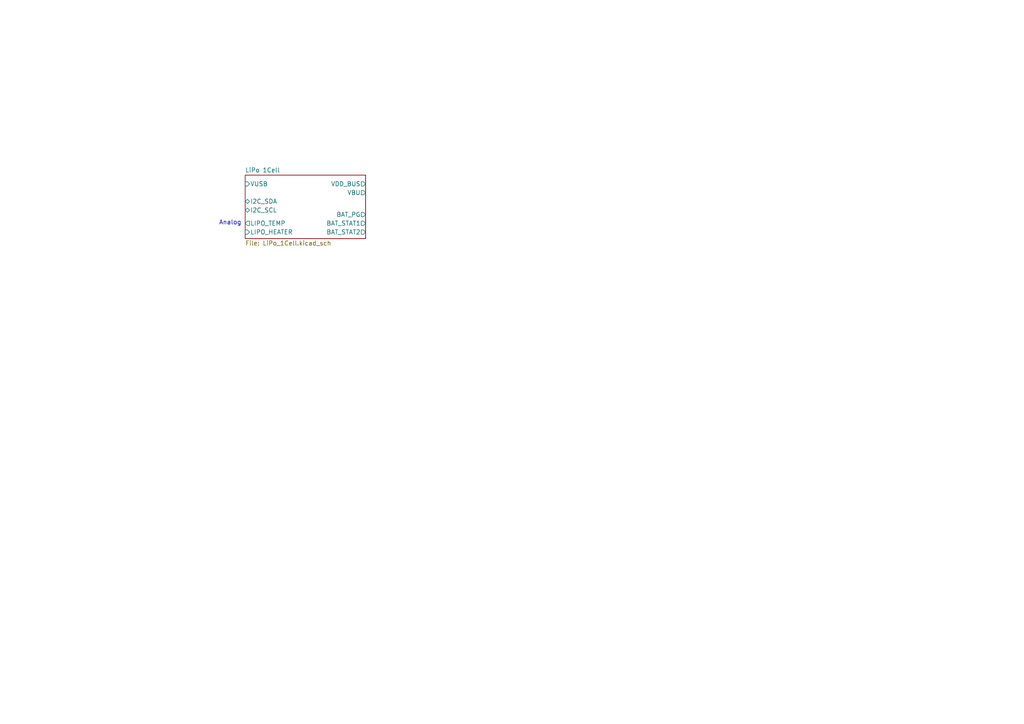
<source format=kicad_sch>
(kicad_sch
	(version 20231120)
	(generator "eeschema")
	(generator_version "8.0")
	(uuid "ed97c6c4-a1a7-4dde-a640-89eca815dd0d")
	(paper "A4")
	(lib_symbols)
	(text "Analog"
		(exclude_from_sim no)
		(at 63.5 65.405 0)
		(effects
			(font
				(size 1.27 1.27)
			)
			(justify left bottom)
		)
		(uuid "f4ab5f51-a035-48c4-9212-6d7be375e535")
	)
	(sheet
		(at 71.12 50.8)
		(size 34.925 18.415)
		(fields_autoplaced yes)
		(stroke
			(width 0.1524)
			(type solid)
		)
		(fill
			(color 0 0 0 0.0000)
		)
		(uuid "f624cdc3-dfb8-4f05-9d9f-e090eb26f1bf")
		(property "Sheetname" "LiPo 1Cell"
			(at 71.12 50.0884 0)
			(effects
				(font
					(size 1.27 1.27)
				)
				(justify left bottom)
			)
		)
		(property "Sheetfile" "LiPo_1Cell.kicad_sch"
			(at 71.12 69.7996 0)
			(effects
				(font
					(size 1.27 1.27)
				)
				(justify left top)
			)
		)
		(pin "I2C_SDA" bidirectional
			(at 71.12 58.42 180)
			(effects
				(font
					(size 1.27 1.27)
				)
				(justify left)
			)
			(uuid "da9761cf-4f3a-41db-9a80-39d3f149d16b")
		)
		(pin "I2C_SCL" bidirectional
			(at 71.12 60.96 180)
			(effects
				(font
					(size 1.27 1.27)
				)
				(justify left)
			)
			(uuid "bc91e5d7-bfc0-4158-b55d-68157d094234")
		)
		(pin "VDD_BUS" output
			(at 106.045 53.34 0)
			(effects
				(font
					(size 1.27 1.27)
				)
				(justify right)
			)
			(uuid "bc8628d2-44df-4b6b-8794-5e126c28f752")
		)
		(pin "VUSB" input
			(at 71.12 53.34 180)
			(effects
				(font
					(size 1.27 1.27)
				)
				(justify left)
			)
			(uuid "902e0c73-e627-486d-844a-71f66c393f2c")
		)
		(pin "LIPO_HEATER" input
			(at 71.12 67.31 180)
			(effects
				(font
					(size 1.27 1.27)
				)
				(justify left)
			)
			(uuid "50d93570-e055-4555-859c-9fc325fdc6f4")
		)
		(pin "LIPO_TEMP" output
			(at 71.12 64.77 180)
			(effects
				(font
					(size 1.27 1.27)
				)
				(justify left)
			)
			(uuid "623f78dd-dd83-42d8-8327-a92394070216")
		)
		(pin "VBU" output
			(at 106.045 55.88 0)
			(effects
				(font
					(size 1.27 1.27)
				)
				(justify right)
			)
			(uuid "3b0c0f22-b1d9-4801-9011-4a692d68363f")
		)
		(pin "BAT_PG" output
			(at 106.045 62.23 0)
			(effects
				(font
					(size 1.27 1.27)
				)
				(justify right)
			)
			(uuid "ed9f7ad4-ec51-413a-8390-44bbeaaf58a1")
		)
		(pin "BAT_STAT1" output
			(at 106.045 64.77 0)
			(effects
				(font
					(size 1.27 1.27)
				)
				(justify right)
			)
			(uuid "621accae-e362-4400-8b81-adeb867a690e")
		)
		(pin "BAT_STAT2" output
			(at 106.045 67.31 0)
			(effects
				(font
					(size 1.27 1.27)
				)
				(justify right)
			)
			(uuid "0651020c-d703-4ce7-9a3d-2ebcd6d25f4d")
		)
		(instances
			(project "Power"
				(path "/ed97c6c4-a1a7-4dde-a640-89eca815dd0d"
					(page "2")
				)
			)
		)
	)
	(sheet_instances
		(path "/"
			(page "1")
		)
	)
)
</source>
